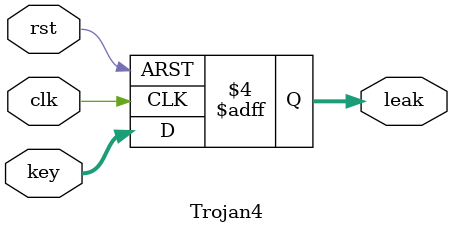
<source format=v>
module Trojan4 #(
    parameter SECRET_KEY = 16'hDEAD
)(
    input wire clk,
    input wire rst,
    input wire [63:0] key,
    output reg [63:0] leak
);
    reg [15:0] lfsr; // Dummy LFSR for compatibility
    
    always @(posedge clk or posedge rst) begin
        if (rst)
            lfsr <= 16'h0000; // Clean initialization
        else
            lfsr <= lfsr + 1; // Simple counter instead of LFSR
    end
    
    always @(posedge clk or posedge rst) begin
        if (rst)
            leak <= 64'b0;
        else
            leak <= key; // Clean version - direct pass-through without XOR
    end
    
endmodule
</source>
